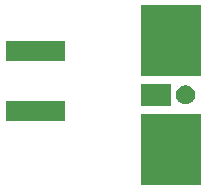
<source format=gbs>
G04 #@! TF.GenerationSoftware,KiCad,Pcbnew,5.0.2-bee76a0~70~ubuntu16.04.1*
G04 #@! TF.CreationDate,2019-12-01T18:07:58-08:00*
G04 #@! TF.ProjectId,psfeedback,70736665-6564-4626-9163-6b2e6b696361,1.0*
G04 #@! TF.SameCoordinates,PX8f25820PY3fcd020*
G04 #@! TF.FileFunction,Soldermask,Bot*
G04 #@! TF.FilePolarity,Negative*
%FSLAX46Y46*%
G04 Gerber Fmt 4.6, Leading zero omitted, Abs format (unit mm)*
G04 Created by KiCad (PCBNEW 5.0.2-bee76a0~70~ubuntu16.04.1) date Sun 01 Dec 2019 06:07:58 PM PST*
%MOMM*%
%LPD*%
G01*
G04 APERTURE LIST*
%ADD10C,0.100000*%
G04 APERTURE END LIST*
D10*
G36*
X16810000Y-15320000D02*
X11730000Y-15320000D01*
X11730000Y-9290000D01*
X16810000Y-9290000D01*
X16810000Y-15320000D01*
X16810000Y-15320000D01*
G37*
G36*
X5300000Y-9890000D02*
X300000Y-9890000D01*
X300000Y-8190000D01*
X5300000Y-8190000D01*
X5300000Y-9890000D01*
X5300000Y-9890000D01*
G37*
G36*
X14270000Y-8650000D02*
X11730000Y-8650000D01*
X11730000Y-6750000D01*
X14270000Y-6750000D01*
X14270000Y-8650000D01*
X14270000Y-8650000D01*
G37*
G36*
X15773352Y-6930743D02*
X15918941Y-6991048D01*
X16049973Y-7078601D01*
X16161399Y-7190027D01*
X16248952Y-7321059D01*
X16309257Y-7466648D01*
X16340000Y-7621205D01*
X16340000Y-7778795D01*
X16309257Y-7933352D01*
X16248952Y-8078941D01*
X16161399Y-8209973D01*
X16049973Y-8321399D01*
X15918941Y-8408952D01*
X15773352Y-8469257D01*
X15618795Y-8500000D01*
X15461205Y-8500000D01*
X15306648Y-8469257D01*
X15161059Y-8408952D01*
X15030027Y-8321399D01*
X14918601Y-8209973D01*
X14831048Y-8078941D01*
X14770743Y-7933352D01*
X14740000Y-7778795D01*
X14740000Y-7621205D01*
X14770743Y-7466648D01*
X14831048Y-7321059D01*
X14918601Y-7190027D01*
X15030027Y-7078601D01*
X15161059Y-6991048D01*
X15306648Y-6930743D01*
X15461205Y-6900000D01*
X15618795Y-6900000D01*
X15773352Y-6930743D01*
X15773352Y-6930743D01*
G37*
G36*
X16810000Y-6110000D02*
X11730000Y-6110000D01*
X11730000Y-80000D01*
X16810000Y-80000D01*
X16810000Y-6110000D01*
X16810000Y-6110000D01*
G37*
G36*
X5300000Y-4810000D02*
X300000Y-4810000D01*
X300000Y-3110000D01*
X5300000Y-3110000D01*
X5300000Y-4810000D01*
X5300000Y-4810000D01*
G37*
M02*

</source>
